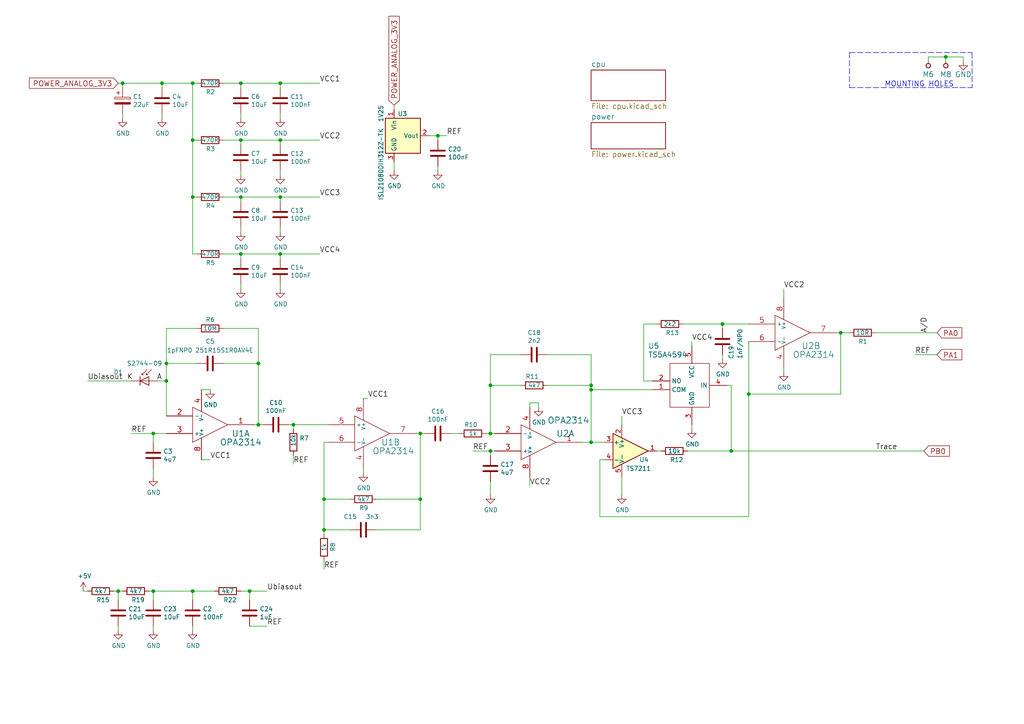
<source format=kicad_sch>
(kicad_sch (version 20211123) (generator eeschema)
  (paper "A4")
  (title_block (date "2022-03-30") (rev "SPACEDOS02B") (company "UST"))
  (lib_symbols
    (symbol "Amplifier_Operational:OP179GRT" (pin_names (offset 0.127))
      (property "Reference" "U" (at 0 5.08 0))
      (property "Value" "OP179GRT" (at 0 -5.08 0))
      (symbol "OP179GRT_0_1"
        (polyline (pts (xy -5.08 5.08) (xy 5.08 0) (xy -5.08 -5.08) (xy -5.08 5.08)) (stroke (width 0.254)) (fill (type background)))
        (pin power_in line (at -2.54 7.62 270) (length 3.81) (name "V+") (number "2"))
        (pin power_in line (at -2.54 -7.62 90) (length 3.81) (name "V-") (number "5"))
      )
      (symbol "OP179GRT_1_1"
        (pin output line (at 7.62 0 180) (length 2.54) (name "~") (number "1"))
        (pin input line (at -7.62 2.54 0) (length 2.54) (name "+") (number "3"))
        (pin input line (at -7.62 -2.54 0) (length 2.54) (name "-") (number "4"))
      )
    )
    (symbol "Device:C" (pin_numbers hide) (pin_names (offset 0.254))
      (property "Reference" "C" (at 0.635 2.54 0))
      (property "Value" "C" (at 0.635 -2.54 0))
      (symbol "C_0_1"
        (polyline (pts (xy -2.032 -0.762) (xy 2.032 -0.762)) (stroke (width 0.508)))
        (polyline (pts (xy -2.032 0.762) (xy 2.032 0.762)) (stroke (width 0.508)))
      )
      (symbol "C_1_1"
        (pin passive line (at 0 3.81 270) (length 2.794) (name "~") (number "1"))
        (pin passive line (at 0 -3.81 90) (length 2.794) (name "~") (number "2"))
      )
    )
    (symbol "Device:CP" (pin_numbers hide) (pin_names (offset 0.254))
      (property "Reference" "C" (at 0.635 2.54 0))
      (property "Value" "CP" (at 0.635 -2.54 0))
      (symbol "CP_0_1"
        (rectangle (start -2.286 0.508) (end 2.286 1.016))
        (polyline (pts (xy -1.778 2.286) (xy -0.762 2.286)))
        (polyline (pts (xy -1.27 2.794) (xy -1.27 1.778)))
        (rectangle (start 2.286 -0.508) (end -2.286 -1.016) (fill (type outline)))
      )
      (symbol "CP_1_1"
        (pin passive line (at 0 3.81 270) (length 2.794) (name "~") (number "1"))
        (pin passive line (at 0 -3.81 90) (length 2.794) (name "~") (number "2"))
      )
    )
    (symbol "Device:D_Photo" (pin_numbers hide) (pin_names hide)
      (property "Reference" "D" (at 0.508 1.778 0))
      (property "Value" "D_Photo" (at -1.016 -2.794 0))
      (symbol "D_Photo_0_1"
        (polyline (pts (xy -2.54 1.27) (xy -2.54 -1.27)) (stroke (width 0.2032)))
        (polyline (pts (xy -2.032 1.778) (xy -1.524 1.778)))
        (polyline (pts (xy 0 0) (xy -2.54 0)))
        (polyline (pts (xy -0.508 3.302) (xy -2.032 1.778) (xy -2.032 2.286)))
        (polyline (pts (xy 0 -1.27) (xy 0 1.27) (xy -2.54 0) (xy 0 -1.27)) (stroke (width 0.2032)))
        (polyline (pts (xy 0.762 3.302) (xy -0.762 1.778) (xy -0.762 2.286) (xy -0.762 1.778) (xy -0.254 1.778)))
      )
      (symbol "D_Photo_1_1"
        (pin passive line (at -5.08 0 0) (length 2.54) (name "K") (number "1"))
        (pin passive line (at 2.54 0 180) (length 2.54) (name "A") (number "2"))
      )
    )
    (symbol "Device:R" (pin_numbers hide) (pin_names (offset 0))
      (property "Reference" "R" (at 2.032 0 90))
      (property "Value" "R" (at 0 0 90))
      (symbol "R_0_1"
        (rectangle (start -1.016 -2.54) (end 1.016 2.54) (stroke (width 0.254)))
      )
      (symbol "R_1_1"
        (pin passive line (at 0 3.81 270) (length 1.27) (name "~") (number "1"))
        (pin passive line (at 0 -3.81 90) (length 1.27) (name "~") (number "2"))
      )
    )
    (symbol "MLAB_IO:AD8692"
      (property "Reference" "U" (at 3.81 7.62 0))
      (property "Value" "AD8692" (at 3.81 5.08 0))
      (property "Datasheet" "op_amps/tl071.pdf" (at 0 0 0))
      (symbol "AD8692_0_1"
        (polyline (pts (xy -5.08 5.08) (xy 5.08 0) (xy -5.08 -5.08) (xy -5.08 5.08)))
      )
      (symbol "AD8692_1_1"
        (pin output line (at 12.7 0 180) (length 7.62) (name "~") (number "1"))
        (pin input line (at -12.7 -2.54 0) (length 7.62) (name "-") (number "2"))
        (pin input line (at -12.7 2.54 0) (length 7.62) (name "+") (number "3"))
        (pin passive line (at -2.54 -10.16 90) (length 6.35) (name "V-") (number "4"))
        (pin passive line (at -2.54 10.16 270) (length 6.35) (name "V+") (number "8"))
      )
      (symbol "AD8692_2_1"
        (pin passive line (at -2.54 -10.16 90) (length 6.35) (name "V-") (number "4"))
        (pin input line (at -12.7 2.54 0) (length 7.62) (name "+") (number "5"))
        (pin input line (at -12.7 -2.54 0) (length 7.62) (name "-") (number "6"))
        (pin output line (at 12.7 0 180) (length 7.62) (name "~") (number "7"))
        (pin passive line (at -2.54 10.16 270) (length 6.35) (name "V+") (number "8"))
      )
    )
    (symbol "MLAB_IO:TS5A4594"
      (property "Reference" "U" (at 3.81 7.62 0))
      (property "Value" "TS5A4594" (at 6.35 -7.62 0))
      (symbol "TS5A4594_0_1"
        (rectangle (start -6.35 6.35) (end 5.08 -6.35))
      )
      (symbol "TS5A4594_1_1"
        (pin passive line (at -11.43 -1.27 0) (length 5.08) (name "COM") (number "1"))
        (pin passive line (at -11.43 1.27 0) (length 5.08) (name "NO") (number "2"))
        (pin power_in line (at 0 -11.43 90) (length 5.08) (name "GND") (number "3"))
        (pin bidirectional line (at 10.16 0 180) (length 5.08) (name "IN") (number "4"))
        (pin power_in line (at 0 11.43 270) (length 5.08) (name "VCC") (number "5"))
      )
    )
    (symbol "MLAB_MECHANICAL:HOLE" (pin_numbers hide) (pin_names (offset 1.016) hide)
      (property "Reference" "M" (at 0 2.54 0))
      (property "Value" "HOLE" (at 0 -2.54 0))
      (symbol "HOLE_0_1"
        (circle (center 0 0) (radius 0.635) (stroke (width 0.254)))
      )
      (symbol "HOLE_1_1"
        (pin input line (at 1.27 0 180) (length 0.635) (name "~") (number "1"))
      )
    )
    (symbol "Reference_Voltage:ISL21070CIH320Z-TK"
      (property "Reference" "U" (at -0.635 8.255 0))
      (property "Value" "ISL21070CIH320Z-TK" (at -1.905 6.35 0))
      (symbol "ISL21070CIH320Z-TK_0_1"
        (rectangle (start -5.08 5.08) (end 5.08 -5.08) (stroke (width 0.254)) (fill (type background)))
      )
      (symbol "ISL21070CIH320Z-TK_1_1"
        (pin power_in line (at -2.54 7.62 270) (length 2.54) (name "Vin") (number "1"))
        (pin power_out line (at 7.62 0 180) (length 2.54) (name "Vout") (number "2"))
        (pin power_in line (at -2.54 -7.62 90) (length 2.54) (name "GND") (number "3"))
      )
    )
    (symbol "power:+5V" (power) (pin_names (offset 0))
      (property "Value" "+5V" (at 0 3.556 0))
      (symbol "+5V_0_1"
        (polyline (pts (xy -0.762 1.27) (xy 0 2.54)))
        (polyline (pts (xy 0 0) (xy 0 2.54)))
        (polyline (pts (xy 0 2.54) (xy 0.762 1.27)))
      )
      (symbol "+5V_1_1"
        (pin power_in line (at 0 0 90) (length 0) hide (name "+5V") (number "1"))
      )
    )
    (symbol "power:GND" (power) (pin_names (offset 0))
      (property "Value" "GND" (at 0 -3.81 0))
      (symbol "GND_0_1"
        (polyline (pts (xy 0 0) (xy 0 -1.27) (xy 1.27 -1.27) (xy 0 -2.54) (xy -1.27 -1.27) (xy 0 -1.27)))
      )
      (symbol "GND_1_1"
        (pin power_in line (at 0 0 270) (length 0) hide (name "GND") (number "1"))
      )
    )
  )
  (junction (at 212.09 130.81))
  (junction (at 142.24 125.73))
  (junction (at 217.17 114.3))
  (junction (at 69.85 40.64))
  (junction (at 74.93 105.41))
  (junction (at 69.85 73.66))
  (junction (at 55.88 171.45))
  (junction (at 48.26 110.49))
  (junction (at 35.56 24.13))
  (junction (at 142.24 130.81))
  (junction (at 46.99 24.13))
  (junction (at 74.93 123.19))
  (junction (at 81.28 40.64))
  (junction (at 93.98 153.67))
  (junction (at 55.88 40.64))
  (junction (at 121.92 144.78))
  (junction (at 121.92 125.73))
  (junction (at 209.55 93.98))
  (junction (at 142.24 111.76))
  (junction (at 55.88 57.15))
  (junction (at 44.45 125.73))
  (junction (at 171.45 128.27))
  (junction (at 72.39 171.45))
  (junction (at 81.28 57.15))
  (junction (at 81.28 73.66))
  (junction (at 81.28 24.13))
  (junction (at 127 39.37))
  (junction (at 34.29 171.45))
  (junction (at 85.09 123.19))
  (junction (at 274.32 16.51))
  (junction (at 69.85 24.13))
  (junction (at 243.84 96.52))
  (junction (at 69.85 57.15))
  (junction (at 44.45 171.45))
  (junction (at 55.88 24.13))
  (junction (at 48.26 105.41))
  (junction (at 93.98 144.78))
  (junction (at 171.45 111.76))
  (junction (at 171.45 113.03))
  (polyline (pts (xy 246.38 25.4) (xy 281.94 25.4)))
  (wire (pts (xy 121.92 125.73) (xy 121.92 144.78)))
  (wire (pts (xy 83.82 123.19) (xy 85.09 123.19)))
  (polyline (pts (xy 281.94 15.24) (xy 281.94 25.4)))
  (wire (pts (xy 189.23 110.49) (xy 186.69 110.49)))
  (wire (pts (xy 69.85 34.29) (xy 69.85 33.02)))
  (wire (pts (xy 121.92 144.78) (xy 109.22 144.78)))
  (wire (pts (xy 69.85 58.42) (xy 69.85 57.15)))
  (wire (pts (xy 72.39 181.61) (xy 77.47 181.61)))
  (wire (pts (xy 199.39 130.81) (xy 212.09 130.81)))
  (wire (pts (xy 190.5 130.81) (xy 191.77 130.81)))
  (wire (pts (xy 74.93 95.25) (xy 74.93 105.41)))
  (wire (pts (xy 127 40.64) (xy 127 39.37)))
  (wire (pts (xy 140.97 125.73) (xy 142.24 125.73)))
  (wire (pts (xy 74.93 105.41) (xy 74.93 123.19)))
  (wire (pts (xy 35.56 25.4) (xy 35.56 24.13)))
  (wire (pts (xy 48.26 95.25) (xy 48.26 105.41)))
  (wire (pts (xy 142.24 125.73) (xy 143.51 125.73)))
  (wire (pts (xy 269.24 17.78) (xy 269.24 16.51)))
  (wire (pts (xy 180.34 123.19) (xy 180.34 120.65)))
  (wire (pts (xy 105.41 115.57) (xy 106.68 115.57)))
  (wire (pts (xy 180.34 143.51) (xy 180.34 138.43)))
  (wire (pts (xy 55.88 24.13) (xy 55.88 40.64)))
  (wire (pts (xy 143.51 130.81) (xy 142.24 130.81)))
  (wire (pts (xy 69.85 24.13) (xy 81.28 24.13)))
  (wire (pts (xy 64.77 95.25) (xy 74.93 95.25)))
  (wire (pts (xy 69.85 41.91) (xy 69.85 40.64)))
  (wire (pts (xy 93.98 153.67) (xy 93.98 154.94)))
  (wire (pts (xy 109.22 153.67) (xy 121.92 153.67)))
  (wire (pts (xy 35.56 24.13) (xy 46.99 24.13)))
  (wire (pts (xy 57.15 40.64) (xy 55.88 40.64)))
  (wire (pts (xy 81.28 58.42) (xy 81.28 57.15)))
  (wire (pts (xy 212.09 111.76) (xy 212.09 130.81)))
  (wire (pts (xy 64.77 105.41) (xy 74.93 105.41)))
  (wire (pts (xy 254 96.52) (xy 271.78 96.52)))
  (wire (pts (xy 101.6 153.67) (xy 93.98 153.67)))
  (wire (pts (xy 198.12 93.98) (xy 209.55 93.98)))
  (wire (pts (xy 74.93 123.19) (xy 73.66 123.19)))
  (wire (pts (xy 69.85 40.64) (xy 81.28 40.64)))
  (wire (pts (xy 200.66 100.33) (xy 200.66 99.06)))
  (wire (pts (xy 217.17 149.86) (xy 173.99 149.86)))
  (wire (pts (xy 209.55 93.98) (xy 217.17 93.98)))
  (wire (pts (xy 85.09 124.46) (xy 85.09 123.19)))
  (wire (pts (xy 81.28 83.82) (xy 81.28 82.55)))
  (wire (pts (xy 64.77 73.66) (xy 69.85 73.66)))
  (wire (pts (xy 114.3 46.99) (xy 114.3 49.53)))
  (wire (pts (xy 227.33 107.95) (xy 227.33 106.68)))
  (wire (pts (xy 209.55 93.98) (xy 209.55 95.25)))
  (wire (pts (xy 142.24 139.7) (xy 142.24 143.51)))
  (wire (pts (xy 58.42 113.03) (xy 60.96 113.03)))
  (wire (pts (xy 55.88 182.88) (xy 55.88 181.61)))
  (wire (pts (xy 114.3 30.48) (xy 114.3 31.75)))
  (wire (pts (xy 153.67 138.43) (xy 153.67 140.97)))
  (wire (pts (xy 46.99 24.13) (xy 55.88 24.13)))
  (wire (pts (xy 142.24 130.81) (xy 142.24 132.08)))
  (wire (pts (xy 121.92 125.73) (xy 123.19 125.73)))
  (wire (pts (xy 69.85 67.31) (xy 69.85 66.04)))
  (wire (pts (xy 69.85 57.15) (xy 81.28 57.15)))
  (wire (pts (xy 168.91 128.27) (xy 171.45 128.27)))
  (wire (pts (xy 217.17 99.06) (xy 217.17 114.3)))
  (wire (pts (xy 173.99 149.86) (xy 173.99 133.35)))
  (wire (pts (xy 45.72 110.49) (xy 48.26 110.49)))
  (wire (pts (xy 69.85 74.93) (xy 69.85 73.66)))
  (wire (pts (xy 69.85 171.45) (xy 72.39 171.45)))
  (wire (pts (xy 48.26 105.41) (xy 48.26 110.49)))
  (wire (pts (xy 81.28 24.13) (xy 92.71 24.13)))
  (wire (pts (xy 142.24 125.73) (xy 142.24 111.76)))
  (wire (pts (xy 81.28 34.29) (xy 81.28 33.02)))
  (wire (pts (xy 57.15 95.25) (xy 48.26 95.25)))
  (wire (pts (xy 81.28 41.91) (xy 81.28 40.64)))
  (wire (pts (xy 38.1 125.73) (xy 44.45 125.73)))
  (wire (pts (xy 93.98 128.27) (xy 93.98 144.78)))
  (wire (pts (xy 265.43 102.87) (xy 271.78 102.87)))
  (wire (pts (xy 46.99 34.29) (xy 46.99 33.02)))
  (polyline (pts (xy 246.38 15.24) (xy 246.38 25.4)))
  (wire (pts (xy 153.67 118.11) (xy 153.67 116.84)))
  (wire (pts (xy 44.45 125.73) (xy 48.26 125.73)))
  (wire (pts (xy 46.99 25.4) (xy 46.99 24.13)))
  (wire (pts (xy 44.45 182.88) (xy 44.45 181.61)))
  (wire (pts (xy 81.28 25.4) (xy 81.28 24.13)))
  (wire (pts (xy 44.45 171.45) (xy 55.88 171.45)))
  (wire (pts (xy 171.45 111.76) (xy 171.45 113.03)))
  (wire (pts (xy 81.28 40.64) (xy 92.71 40.64)))
  (wire (pts (xy 186.69 110.49) (xy 186.69 93.98)))
  (wire (pts (xy 243.84 96.52) (xy 243.84 114.3)))
  (wire (pts (xy 279.4 16.51) (xy 274.32 16.51)))
  (wire (pts (xy 93.98 162.56) (xy 93.98 165.1)))
  (wire (pts (xy 186.69 93.98) (xy 190.5 93.98)))
  (wire (pts (xy 81.28 50.8) (xy 81.28 49.53)))
  (wire (pts (xy 35.56 34.29) (xy 35.56 33.02)))
  (wire (pts (xy 81.28 67.31) (xy 81.28 66.04)))
  (wire (pts (xy 69.85 25.4) (xy 69.85 24.13)))
  (wire (pts (xy 212.09 130.81) (xy 267.97 130.81)))
  (wire (pts (xy 279.4 17.78) (xy 279.4 16.51)))
  (wire (pts (xy 156.21 116.84) (xy 156.21 118.11)))
  (wire (pts (xy 72.39 171.45) (xy 72.39 173.99)))
  (wire (pts (xy 130.81 125.73) (xy 133.35 125.73)))
  (wire (pts (xy 57.15 57.15) (xy 55.88 57.15)))
  (wire (pts (xy 171.45 113.03) (xy 189.23 113.03)))
  (wire (pts (xy 243.84 96.52) (xy 246.38 96.52)))
  (wire (pts (xy 171.45 128.27) (xy 175.26 128.27)))
  (wire (pts (xy 55.88 40.64) (xy 55.88 57.15)))
  (wire (pts (xy 127 39.37) (xy 129.54 39.37)))
  (wire (pts (xy 200.66 124.46) (xy 200.66 123.19)))
  (wire (pts (xy 124.46 39.37) (xy 127 39.37)))
  (wire (pts (xy 120.65 125.73) (xy 121.92 125.73)))
  (wire (pts (xy 95.25 128.27) (xy 93.98 128.27)))
  (wire (pts (xy 43.18 171.45) (xy 44.45 171.45)))
  (wire (pts (xy 158.75 102.87) (xy 171.45 102.87)))
  (wire (pts (xy 137.16 130.81) (xy 142.24 130.81)))
  (wire (pts (xy 274.32 16.51) (xy 269.24 16.51)))
  (wire (pts (xy 81.28 73.66) (xy 92.71 73.66)))
  (wire (pts (xy 48.26 110.49) (xy 48.26 120.65)))
  (wire (pts (xy 93.98 144.78) (xy 93.98 153.67)))
  (wire (pts (xy 85.09 123.19) (xy 95.25 123.19)))
  (wire (pts (xy 55.88 173.99) (xy 55.88 171.45)))
  (wire (pts (xy 24.13 171.45) (xy 25.4 171.45)))
  (wire (pts (xy 81.28 74.93) (xy 81.28 73.66)))
  (wire (pts (xy 227.33 86.36) (xy 227.33 83.82)))
  (wire (pts (xy 81.28 57.15) (xy 92.71 57.15)))
  (wire (pts (xy 64.77 24.13) (xy 69.85 24.13)))
  (wire (pts (xy 25.4 110.49) (xy 38.1 110.49)))
  (wire (pts (xy 151.13 111.76) (xy 142.24 111.76)))
  (wire (pts (xy 209.55 104.14) (xy 209.55 102.87)))
  (wire (pts (xy 64.77 57.15) (xy 69.85 57.15)))
  (wire (pts (xy 55.88 24.13) (xy 57.15 24.13)))
  (wire (pts (xy 274.32 17.78) (xy 274.32 16.51)))
  (wire (pts (xy 171.45 113.03) (xy 171.45 128.27)))
  (wire (pts (xy 44.45 138.43) (xy 44.45 135.89)))
  (wire (pts (xy 44.45 173.99) (xy 44.45 171.45)))
  (wire (pts (xy 158.75 111.76) (xy 171.45 111.76)))
  (wire (pts (xy 105.41 137.16) (xy 105.41 135.89)))
  (wire (pts (xy 72.39 171.45) (xy 77.47 171.45)))
  (wire (pts (xy 34.29 182.88) (xy 34.29 181.61)))
  (wire (pts (xy 55.88 57.15) (xy 55.88 73.66)))
  (wire (pts (xy 69.85 83.82) (xy 69.85 82.55)))
  (wire (pts (xy 127 49.53) (xy 127 48.26)))
  (wire (pts (xy 34.29 173.99) (xy 34.29 171.45)))
  (wire (pts (xy 121.92 153.67) (xy 121.92 144.78)))
  (wire (pts (xy 212.09 111.76) (xy 210.82 111.76)))
  (wire (pts (xy 58.42 133.35) (xy 60.96 133.35)))
  (wire (pts (xy 69.85 73.66) (xy 81.28 73.66)))
  (wire (pts (xy 74.93 123.19) (xy 76.2 123.19)))
  (wire (pts (xy 173.99 133.35) (xy 175.26 133.35)))
  (wire (pts (xy 217.17 114.3) (xy 217.17 149.86)))
  (wire (pts (xy 35.56 24.13) (xy 34.29 24.13)))
  (wire (pts (xy 34.29 171.45) (xy 35.56 171.45)))
  (wire (pts (xy 142.24 111.76) (xy 142.24 102.87)))
  (wire (pts (xy 55.88 73.66) (xy 57.15 73.66)))
  (wire (pts (xy 85.09 132.08) (xy 85.09 134.62)))
  (wire (pts (xy 64.77 40.64) (xy 69.85 40.64)))
  (wire (pts (xy 101.6 144.78) (xy 93.98 144.78)))
  (wire (pts (xy 171.45 102.87) (xy 171.45 111.76)))
  (wire (pts (xy 33.02 171.45) (xy 34.29 171.45)))
  (wire (pts (xy 55.88 171.45) (xy 62.23 171.45)))
  (wire (pts (xy 153.67 116.84) (xy 156.21 116.84)))
  (wire (pts (xy 44.45 128.27) (xy 44.45 125.73)))
  (wire (pts (xy 142.24 102.87) (xy 151.13 102.87)))
  (wire (pts (xy 48.26 105.41) (xy 57.15 105.41)))
  (polyline (pts (xy 246.38 15.24) (xy 281.94 15.24)))
  (wire (pts (xy 242.57 96.52) (xy 243.84 96.52)))
  (wire (pts (xy 243.84 114.3) (xy 217.17 114.3)))
  (wire (pts (xy 69.85 50.8) (xy 69.85 49.53)))
  (text "MOUNTING HOLES" (at 256.54 25.4 0) (effects (font (size 1.524 1.524)) (justify left bottom)))
  (label "VCC3" (at 180.34 120.65 0) (effects (font (size 1.524 1.524))))
  (label "REF" (at 77.47 181.61 0) (effects (font (size 1.524 1.524))))
  (label "Ubiasout" (at 25.4 110.49 0) (effects (font (size 1.524 1.524))))
  (label "REF" (at 85.09 134.62 0) (effects (font (size 1.524 1.524))))
  (label "REF" (at 129.54 39.37 0) (effects (font (size 1.524 1.524))))
  (label "VCC1" (at 106.68 115.57 0) (effects (font (size 1.524 1.524))))
  (label "VCC3" (at 92.71 57.15 0) (effects (font (size 1.524 1.524))))
  (label "VCC4" (at 92.71 73.66 0) (effects (font (size 1.524 1.524))))
  (label "REF" (at 137.16 130.81 0) (effects (font (size 1.524 1.524))))
  (label "REF" (at 265.43 102.87 0) (effects (font (size 1.524 1.524))))
  (label "VCC1" (at 92.71 24.13 0) (effects (font (size 1.524 1.524))))
  (label "Ubiasout" (at 77.47 171.45 0) (effects (font (size 1.524 1.524))))
  (label "VCC2" (at 153.67 140.97 0) (effects (font (size 1.524 1.524))))
  (label "REF" (at 93.98 165.1 0) (effects (font (size 1.524 1.524))))
  (label "VCC4" (at 200.66 99.06 0) (effects (font (size 1.524 1.524))))
  (label "A/D" (at 269.24 96.52 90) (effects (font (size 1.524 1.524))))
  (label "K" (at 36.83 110.49 0) (effects (font (size 1.524 1.524))))
  (label "VCC2" (at 227.33 83.82 0) (effects (font (size 1.524 1.524))))
  (label "REF" (at 38.1 125.73 0) (effects (font (size 1.524 1.524))))
  (label "VCC2" (at 92.71 40.64 0) (effects (font (size 1.524 1.524))))
  (label "VCC1" (at 60.96 133.35 0) (effects (font (size 1.524 1.524))))
  (label "Trace" (at 254 130.81 0) (effects (font (size 1.524 1.524))))
  (label "A" (at 46.99 110.49 180) (effects (font (size 1.524 1.524))))
  (global_label "POWER_ANALOG_3V3" (shape input) (at 114.3 30.48 90) (effects (font (size 1.524 1.524))) (property "Intersheet References" "${INTERSHEET_REFS}" (effects hide)))
  (global_label "PA1" (shape input) (at 271.78 102.87 0) (effects (font (size 1.524 1.524))) (property "Intersheet References" "${INTERSHEET_REFS}" (effects hide)))
  (global_label "PB0" (shape input) (at 267.97 130.81 0) (effects (font (size 1.524 1.524))) (property "Intersheet References" "${INTERSHEET_REFS}" (effects hide)))
  (global_label "PA0" (shape input) (at 271.78 96.52 0) (effects (font (size 1.524 1.524))) (property "Intersheet References" "${INTERSHEET_REFS}" (effects hide)))
  (global_label "POWER_ANALOG_3V3" (shape input) (at 34.29 24.13 180) (effects (font (size 1.524 1.524))) (property "Intersheet References" "${INTERSHEET_REFS}" (effects hide)))
  (symbol (lib_id "MLAB_IO:AD8692") (at 60.96 123.19 0) (mirror x) (unit 1)
    (property "Reference" "U1" (at 69.85 125.73 0) (effects (font (size 1.778 1.778))))
    (property "Value" "OPA2314" (at 69.85 128.27 0) (effects (font (size 1.778 1.778))))
    (property "Footprint" "Mlab_IO:SOIC-8_3.9x4.9mm_Pitch1.27mm" (effects hide))
    (property "UST_ID" "5c70984412875079b91f879b" (effects hide))
  )
  (symbol (lib_id "MLAB_IO:AD8692") (at 156.21 128.27 0) (mirror x) (unit 1)
    (property "Reference" "U2" (at 161.29 125.73 0) (effects (font (size 1.778 1.778)) (justify left)))
    (property "Value" "OPA2314" (at 158.75 121.92 0) (effects (font (size 1.778 1.778)) (justify left)))
    (property "Footprint" "Mlab_IO:SOIC-8_3.9x4.9mm_Pitch1.27mm" (effects hide))
    (property "UST_ID" "5c70984412875079b91f879b" (effects hide))
  )
  (symbol (lib_id "MLAB_IO:AD8692") (at 107.95 125.73 0) (unit 2)
    (property "Reference" "U1" (at 110.49 128.27 0) (effects (font (size 1.778 1.778)) (justify left)))
    (property "Value" "OPA2314" (at 107.95 130.81 0) (effects (font (size 1.778 1.778)) (justify left)))
    (property "Footprint" "Mlab_IO:SOIC-8_3.9x4.9mm_Pitch1.27mm" (effects hide))
  )
  (symbol (lib_id "MLAB_IO:AD8692") (at 229.87 96.52 0) (unit 2)
    (property "Reference" "U2" (at 232.41 100.33 0) (effects (font (size 1.778 1.778)) (justify left)))
    (property "Value" "OPA2314" (at 229.87 102.87 0) (effects (font (size 1.778 1.778)) (justify left)))
    (property "Footprint" "Mlab_IO:SOIC-8_3.9x4.9mm_Pitch1.27mm" (effects hide))
  )
  (symbol (lib_id "Device:C") (at 44.45 132.08 0) (unit 1)
    (property "Reference" "C3" (at 47.371 130.9116 0) (effects (justify left)))
    (property "Value" "4u7" (at 47.371 133.223 0) (effects (justify left)))
    (property "Footprint" "Mlab_R:SMD-0805" (effects hide))
    (property "UST_ID" "5c70984712875079b91f8b52" (effects hide))
  )
  (symbol (lib_id "power:GND") (at 60.96 113.03 0) (unit 1)
    (property "Reference" "#PWR04" (effects hide))
    (property "Value" "GND" (at 61.087 117.4242 0))
  )
  (symbol (lib_id "power:GND") (at 105.41 137.16 0) (unit 1)
    (property "Reference" "#PWR05" (effects hide))
    (property "Value" "GND" (at 105.537 141.5542 0))
  )
  (symbol (lib_id "power:GND") (at 44.45 138.43 0) (unit 1)
    (property "Reference" "#PWR06" (effects hide))
    (property "Value" "GND" (at 44.577 142.8242 0))
  )
  (symbol (lib_id "Device:C") (at 60.96 105.41 270) (unit 1)
    (property "Reference" "C5" (at 60.96 99.0092 90))
    (property "Value" "1pFNP0 251R15S1R0AV4E" (at 60.96 101.6 90))
    (property "Footprint" "Mlab_R:SMD-0805" (effects hide))
    (property "UST_ID" "5c70984712875079b91f8b9f" (effects hide))
  )
  (symbol (lib_id "Device:R") (at 60.96 95.25 270) (unit 1)
    (property "Reference" "R6" (at 60.96 92.71 90))
    (property "Value" "10M" (at 60.96 95.25 90))
    (property "Footprint" "Mlab_R:SMD-0805" (effects hide))
    (property "UST_ID" "5c70984712875079b91f8aae" (effects hide))
  )
  (symbol (lib_id "Device:R") (at 85.09 128.27 180) (unit 1)
    (property "Reference" "R7" (at 86.868 127.1016 0) (effects (justify right)))
    (property "Value" "10k" (at 85.09 129.54 90) (effects (justify right)))
    (property "Footprint" "Mlab_R:SMD-0805" (effects hide))
    (property "UST_ID" "5c70984612875079b91f899f" (effects hide))
  )
  (symbol (lib_id "Device:C") (at 80.01 123.19 270) (unit 1)
    (property "Reference" "C10" (at 80.01 116.7892 90))
    (property "Value" "100nF" (at 80.01 119.1006 90))
    (property "Footprint" "Mlab_R:SMD-0805" (effects hide))
    (property "UST_ID" "5c70984712875079b91f8b4c" (effects hide))
  )
  (symbol (lib_id "Device:R") (at 105.41 144.78 270) (unit 1)
    (property "Reference" "R9" (at 104.14 147.32 90) (effects (justify left)))
    (property "Value" "4k7" (at 105.41 144.78 90))
    (property "Footprint" "Mlab_R:SMD-0805" (effects hide))
    (property "UST_ID" "5c70984612875079b91f8995" (effects hide))
  )
  (symbol (lib_id "Device:C") (at 105.41 153.67 270) (unit 1)
    (property "Reference" "C15" (at 101.6 149.86 90))
    (property "Value" "3n3" (at 107.95 149.86 90))
    (property "Footprint" "Mlab_R:SMD-0805" (effects hide))
    (property "UST_ID" "5c70984712875079b91f8b47" (effects hide))
  )
  (symbol (lib_id "Device:R") (at 93.98 158.75 0) (unit 1)
    (property "Reference" "R8" (at 96.52 160.02 90) (effects (justify left)))
    (property "Value" "1k" (at 93.98 158.75 90))
    (property "Footprint" "Mlab_R:SMD-0805" (effects hide))
    (property "UST_ID" "5c70984512875079b91f898c" (effects hide))
  )
  (symbol (lib_id "Device:C") (at 127 125.73 270) (unit 1)
    (property "Reference" "C16" (at 127 119.3292 90))
    (property "Value" "100nF" (at 127 121.6406 90))
    (property "Footprint" "Mlab_R:SMD-0805" (effects hide))
    (property "UST_ID" "5c70984712875079b91f8b4c" (effects hide))
  )
  (symbol (lib_id "Device:R") (at 137.16 125.73 270) (unit 1)
    (property "Reference" "R10" (at 134.62 123.19 90) (effects (justify left)))
    (property "Value" "1k" (at 137.16 125.73 90))
    (property "Footprint" "Mlab_R:SMD-0805" (effects hide))
    (property "UST_ID" "5c70984512875079b91f898c" (effects hide))
  )
  (symbol (lib_id "Amplifier_Operational:OP179GRT") (at 182.88 130.81 0) (unit 1)
    (property "Reference" "U4" (at 185.42 133.35 0) (effects (justify left)))
    (property "Value" "TS7211" (at 181.61 135.89 0) (effects (justify left)))
    (property "Footprint" "Package_TO_SOT_SMD:SOT-23-5_HandSoldering" (effects hide))
    (property "Datasheet" "http://www.analog.com/media/en/technical-documentation/data-sheets/OP179_279.pdf" (effects hide))
    (property "UST_ID" "5c70984712875079b91f8b5b" (effects hide))
  )
  (symbol (lib_id "MLAB_IO:TS5A4594") (at 200.66 111.76 0) (unit 1)
    (property "Reference" "U5" (at 187.96 100.33 0) (effects (font (size 1.524 1.524)) (justify left)))
    (property "Value" "TS5A4594" (at 187.96 102.87 0) (effects (font (size 1.524 1.524)) (justify left)))
    (property "Footprint" "Package_TO_SOT_SMD:SOT-23-5_HandSoldering" (effects hide))
    (property "UST_ID" "5c70984612875079b91f8a0d" (effects hide))
  )
  (symbol (lib_id "Device:R") (at 195.58 130.81 270) (unit 1)
    (property "Reference" "R12" (at 194.31 133.35 90) (effects (justify left)))
    (property "Value" "10k" (at 195.58 130.81 90))
    (property "Footprint" "Mlab_R:SMD-0805" (effects hide))
    (property "UST_ID" "5c70984612875079b91f899f" (effects hide))
  )
  (symbol (lib_id "Device:R") (at 194.31 93.98 270) (unit 1)
    (property "Reference" "R13" (at 193.04 96.52 90) (effects (justify left)))
    (property "Value" "2k2" (at 194.31 93.98 90))
    (property "Footprint" "Mlab_R:SMD-0805" (effects hide))
    (property "UST_ID" "5c70984612875079b91f8990" (effects hide))
  )
  (symbol (lib_id "Device:C") (at 209.55 99.06 0) (unit 1)
    (property "Reference" "C19" (at 212.09 104.14 90) (effects (justify left)))
    (property "Value" "1nF/NP0" (at 214.63 104.14 90) (effects (justify left)))
    (property "Footprint" "Mlab_R:SMD-0805" (effects hide))
    (property "UST_ID" "5c70984812875079b91f8ba6" (effects hide))
  )
  (symbol (lib_id "power:GND") (at 279.4 17.78 0) (unit 1)
    (property "Reference" "#PWR03" (effects hide))
    (property "Value" "GND" (at 279.4 21.59 0) (effects (font (size 1.524 1.524))))
  )
  (symbol (lib_id "power:GND") (at 156.21 118.11 0) (unit 1)
    (property "Reference" "#PWR07" (effects hide))
    (property "Value" "GND" (at 156.337 122.5042 0))
  )
  (symbol (lib_id "Reference_Voltage:ISL21070CIH320Z-TK") (at 116.84 39.37 0) (unit 1)
    (property "Reference" "U3" (at 118.11 33.02 0) (effects (justify right)))
    (property "Value" "ISL21080DIH312Z-TK  1V25" (at 110.49 30.48 90) (effects (justify right)))
    (property "Footprint" "Package_TO_SOT_SMD:SOT-23" (effects hide))
    (property "Datasheet" "http://www.intersil.com/content/dam/Intersil/documents/fn75/fn7599.pdf" (effects hide))
    (property "UST_ID" "5c70984712875079b91f8b7a" (effects hide))
  )
  (symbol (lib_id "power:GND") (at 114.3 49.53 0) (unit 1)
    (property "Reference" "#PWR0101" (effects hide))
    (property "Value" "GND" (at 114.427 53.9242 0))
  )
  (symbol (lib_id "power:GND") (at 127 49.53 0) (unit 1)
    (property "Reference" "#PWR0102" (effects hide))
    (property "Value" "GND" (at 127.127 53.9242 0))
  )
  (symbol (lib_id "Device:C") (at 127 44.45 0) (unit 1)
    (property "Reference" "C20" (at 129.921 43.2816 0) (effects (justify left)))
    (property "Value" "100nF" (at 129.921 45.593 0) (effects (justify left)))
    (property "Footprint" "Mlab_R:SMD-0805" (effects hide))
    (property "UST_ID" "5c70984712875079b91f8b4c" (effects hide))
  )
  (symbol (lib_id "Device:C") (at 142.24 135.89 0) (unit 1)
    (property "Reference" "C17" (at 145.161 134.7216 0) (effects (justify left)))
    (property "Value" "4u7" (at 145.161 137.033 0) (effects (justify left)))
    (property "Footprint" "Mlab_R:SMD-0805" (effects hide))
    (property "UST_ID" "5c70984712875079b91f8b52" (effects hide))
  )
  (symbol (lib_id "power:GND") (at 142.24 143.51 0) (unit 1)
    (property "Reference" "#PWR08" (effects hide))
    (property "Value" "GND" (at 142.367 147.9042 0))
  )
  (symbol (lib_id "Device:C") (at 154.94 102.87 270) (unit 1)
    (property "Reference" "C18" (at 154.94 96.4692 90))
    (property "Value" "2n2" (at 154.94 98.7806 90))
    (property "Footprint" "Mlab_R:SMD-0805" (effects hide))
    (property "UST_ID" "5c70984712875079b91f8b46" (effects hide))
  )
  (symbol (lib_id "Device:R") (at 154.94 111.76 270) (unit 1)
    (property "Reference" "R11" (at 152.4 109.22 90) (effects (justify left)))
    (property "Value" "4k7" (at 154.94 111.76 90))
    (property "Footprint" "Mlab_R:SMD-0805" (effects hide))
    (property "UST_ID" "5c70984612875079b91f8995" (effects hide))
  )
  (symbol (lib_id "power:GND") (at 180.34 143.51 0) (unit 1)
    (property "Reference" "#PWR09" (effects hide))
    (property "Value" "GND" (at 180.467 147.9042 0))
  )
  (symbol (lib_id "power:GND") (at 200.66 124.46 0) (unit 1)
    (property "Reference" "#PWR011" (effects hide))
    (property "Value" "GND" (at 200.787 128.8542 0))
  )
  (symbol (lib_id "power:GND") (at 209.55 104.14 0) (unit 1)
    (property "Reference" "#PWR012" (effects hide))
    (property "Value" "GND" (at 209.677 108.5342 0))
  )
  (symbol (lib_id "power:GND") (at 227.33 107.95 0) (unit 1)
    (property "Reference" "#PWR013" (effects hide))
    (property "Value" "GND" (at 227.457 112.3442 0))
  )
  (symbol (lib_id "Device:R") (at 60.96 24.13 270) (unit 1)
    (property "Reference" "R2" (at 59.69 26.67 90) (effects (justify left)))
    (property "Value" "470R" (at 60.96 24.13 90))
    (property "Footprint" "Mlab_R:SMD-0805" (effects hide))
    (property "UST_ID" "5c70984512875079b91f8986" (effects hide))
  )
  (symbol (lib_id "Device:CP") (at 35.56 29.21 0) (unit 1)
    (property "Reference" "C1" (at 38.5572 28.0416 0) (effects (justify left)))
    (property "Value" "22uF" (at 38.5572 30.353 0) (effects (justify left)))
    (property "Footprint" "Mlab_C:TantalC_SizeC_Reflow" (effects hide))
    (property "UST_ID" "5c70984412875079b91f8869" (effects hide))
  )
  (symbol (lib_id "Device:C") (at 46.99 29.21 0) (unit 1)
    (property "Reference" "C4" (at 49.911 28.0416 0) (effects (justify left)))
    (property "Value" "10uF" (at 49.911 30.353 0) (effects (justify left)))
    (property "Footprint" "Mlab_R:SMD-0805" (effects hide))
    (property "UST_ID" "5c70984812875079b91f8bbd" (effects hide))
  )
  (symbol (lib_id "Device:C") (at 69.85 29.21 0) (unit 1)
    (property "Reference" "C6" (at 72.771 28.0416 0) (effects (justify left)))
    (property "Value" "10uF" (at 72.771 30.353 0) (effects (justify left)))
    (property "Footprint" "Mlab_R:SMD-0805" (effects hide))
    (property "UST_ID" "5c70984812875079b91f8bbd" (effects hide))
  )
  (symbol (lib_id "Device:C") (at 81.28 29.21 0) (unit 1)
    (property "Reference" "C11" (at 84.201 28.0416 0) (effects (justify left)))
    (property "Value" "100nF" (at 84.201 30.353 0) (effects (justify left)))
    (property "Footprint" "Mlab_R:SMD-0805" (effects hide))
    (property "UST_ID" "5c70984712875079b91f8b4c" (effects hide))
  )
  (symbol (lib_id "MLAB_MECHANICAL:HOLE") (at 269.24 19.05 90) (unit 1)
    (property "Reference" "M6" (at 269.24 21.59 90) (effects (font (size 1.524 1.524))))
    (property "Value" "BMI-S-210-F" (effects hide))
    (property "Footprint" "Mlab_Mechanical:BMI-S-210-F" (effects hide))
    (property "UST_ID" "5c70984312875079b91f873d" (effects hide))
  )
  (symbol (lib_id "power:GND") (at 35.56 34.29 0) (unit 1)
    (property "Reference" "#PWR016" (effects hide))
    (property "Value" "GND" (at 35.687 38.6842 0))
  )
  (symbol (lib_id "power:GND") (at 46.99 34.29 0) (unit 1)
    (property "Reference" "#PWR017" (effects hide))
    (property "Value" "GND" (at 47.117 38.6842 0))
  )
  (symbol (lib_id "power:GND") (at 69.85 34.29 0) (unit 1)
    (property "Reference" "#PWR018" (effects hide))
    (property "Value" "GND" (at 69.977 38.6842 0))
  )
  (symbol (lib_id "power:GND") (at 81.28 34.29 0) (unit 1)
    (property "Reference" "#PWR019" (effects hide))
    (property "Value" "GND" (at 81.407 38.6842 0))
  )
  (symbol (lib_id "Device:R") (at 60.96 40.64 270) (unit 1)
    (property "Reference" "R3" (at 59.69 43.18 90) (effects (justify left)))
    (property "Value" "470R" (at 60.96 40.64 90))
    (property "Footprint" "Mlab_R:SMD-0805" (effects hide))
    (property "UST_ID" "5c70984512875079b91f8986" (effects hide))
  )
  (symbol (lib_id "Device:C") (at 69.85 45.72 0) (unit 1)
    (property "Reference" "C7" (at 72.771 44.5516 0) (effects (justify left)))
    (property "Value" "10uF" (at 72.771 46.863 0) (effects (justify left)))
    (property "Footprint" "Mlab_R:SMD-0805" (effects hide))
    (property "UST_ID" "5c70984812875079b91f8bbd" (effects hide))
  )
  (symbol (lib_id "Device:C") (at 81.28 45.72 0) (unit 1)
    (property "Reference" "C12" (at 84.201 44.5516 0) (effects (justify left)))
    (property "Value" "100nF" (at 84.201 46.863 0) (effects (justify left)))
    (property "Footprint" "Mlab_R:SMD-0805" (effects hide))
    (property "UST_ID" "5c70984712875079b91f8b4c" (effects hide))
  )
  (symbol (lib_id "power:GND") (at 69.85 50.8 0) (unit 1)
    (property "Reference" "#PWR020" (effects hide))
    (property "Value" "GND" (at 69.977 55.1942 0))
  )
  (symbol (lib_id "power:GND") (at 81.28 50.8 0) (unit 1)
    (property "Reference" "#PWR021" (effects hide))
    (property "Value" "GND" (at 81.407 55.1942 0))
  )
  (symbol (lib_id "Device:R") (at 60.96 57.15 270) (unit 1)
    (property "Reference" "R4" (at 59.69 59.69 90) (effects (justify left)))
    (property "Value" "470R" (at 60.96 57.15 90))
    (property "Footprint" "Mlab_R:SMD-0805" (effects hide))
    (property "UST_ID" "5c70984512875079b91f8986" (effects hide))
  )
  (symbol (lib_id "Device:C") (at 69.85 62.23 0) (unit 1)
    (property "Reference" "C8" (at 72.771 61.0616 0) (effects (justify left)))
    (property "Value" "10uF" (at 72.771 63.373 0) (effects (justify left)))
    (property "Footprint" "Mlab_R:SMD-0805" (effects hide))
    (property "UST_ID" "5c70984812875079b91f8bbd" (effects hide))
  )
  (symbol (lib_id "Device:C") (at 81.28 62.23 0) (unit 1)
    (property "Reference" "C13" (at 84.201 61.0616 0) (effects (justify left)))
    (property "Value" "100nF" (at 84.201 63.373 0) (effects (justify left)))
    (property "Footprint" "Mlab_R:SMD-0805" (effects hide))
    (property "UST_ID" "5c70984712875079b91f8b4c" (effects hide))
  )
  (symbol (lib_id "power:GND") (at 69.85 67.31 0) (unit 1)
    (property "Reference" "#PWR022" (effects hide))
    (property "Value" "GND" (at 69.977 71.7042 0))
  )
  (symbol (lib_id "power:GND") (at 81.28 67.31 0) (unit 1)
    (property "Reference" "#PWR023" (effects hide))
    (property "Value" "GND" (at 81.407 71.7042 0))
  )
  (symbol (lib_id "Device:R") (at 60.96 73.66 270) (unit 1)
    (property "Reference" "R5" (at 59.69 76.2 90) (effects (justify left)))
    (property "Value" "470R" (at 60.96 73.66 90))
    (property "Footprint" "Mlab_R:SMD-0805" (effects hide))
    (property "UST_ID" "5c70984512875079b91f8986" (effects hide))
  )
  (symbol (lib_id "Device:C") (at 69.85 78.74 0) (unit 1)
    (property "Reference" "C9" (at 72.771 77.5716 0) (effects (justify left)))
    (property "Value" "10uF" (at 72.771 79.883 0) (effects (justify left)))
    (property "Footprint" "Mlab_R:SMD-0805" (effects hide))
    (property "UST_ID" "5c70984812875079b91f8bbd" (effects hide))
  )
  (symbol (lib_id "Device:C") (at 81.28 78.74 0) (unit 1)
    (property "Reference" "C14" (at 84.201 77.5716 0) (effects (justify left)))
    (property "Value" "100nF" (at 84.201 79.883 0) (effects (justify left)))
    (property "Footprint" "Mlab_R:SMD-0805" (effects hide))
    (property "UST_ID" "5c70984712875079b91f8b4c" (effects hide))
  )
  (symbol (lib_id "power:GND") (at 69.85 83.82 0) (unit 1)
    (property "Reference" "#PWR024" (effects hide))
    (property "Value" "GND" (at 69.977 88.2142 0))
  )
  (symbol (lib_id "power:GND") (at 81.28 83.82 0) (unit 1)
    (property "Reference" "#PWR025" (effects hide))
    (property "Value" "GND" (at 81.407 88.2142 0))
  )
  (symbol (lib_id "Device:R") (at 250.19 96.52 270) (unit 1)
    (property "Reference" "R1" (at 248.92 99.06 90) (effects (justify left)))
    (property "Value" "10R" (at 250.19 96.52 90))
    (property "Footprint" "Mlab_R:SMD-0805" (effects hide))
    (property "UST_ID" "5c70984512875079b91f896d" (effects hide))
  )
  (symbol (lib_id "Device:C") (at 55.88 177.8 0) (unit 1)
    (property "Reference" "C2" (at 58.801 176.6316 0) (effects (justify left)))
    (property "Value" "100nF" (at 58.801 178.943 0) (effects (justify left)))
    (property "Footprint" "Mlab_R:SMD-0805" (effects hide))
    (property "UST_ID" "5c70984712875079b91f8b4c" (effects hide))
  )
  (symbol (lib_id "power:GND") (at 55.88 182.88 0) (unit 1)
    (property "Reference" "#PWR0119" (effects hide))
    (property "Value" "GND" (at 56.007 187.2742 0))
  )
  (symbol (lib_id "power:+5V") (at 24.13 171.45 0) (unit 1)
    (property "Reference" "#PWR0103" (effects hide))
    (property "Value" "+5V" (at 24.511 167.0558 0))
  )
  (symbol (lib_id "Device:R") (at 29.21 171.45 270) (unit 1)
    (property "Reference" "R15" (at 27.94 173.99 90) (effects (justify left)))
    (property "Value" "4k7" (at 29.21 171.45 90))
    (property "Footprint" "Mlab_R:SMD-0805" (effects hide))
    (property "UST_ID" "5c70984612875079b91f8995" (effects hide))
  )
  (symbol (lib_id "Device:C") (at 34.29 177.8 0) (unit 1)
    (property "Reference" "C21" (at 37.211 176.6316 0) (effects (justify left)))
    (property "Value" "10uF" (at 37.211 178.943 0) (effects (justify left)))
    (property "Footprint" "Mlab_R:SMD-0805" (effects hide))
    (property "UST_ID" "5c70984812875079b91f8bbd" (effects hide))
  )
  (symbol (lib_id "Device:R") (at 39.37 171.45 270) (unit 1)
    (property "Reference" "R19" (at 38.1 173.99 90) (effects (justify left)))
    (property "Value" "4k7" (at 39.37 171.45 90))
    (property "Footprint" "Mlab_R:SMD-0805" (effects hide))
    (property "UST_ID" "5c70984612875079b91f8995" (effects hide))
  )
  (symbol (lib_id "Device:C") (at 44.45 177.8 0) (unit 1)
    (property "Reference" "C23" (at 47.371 176.6316 0) (effects (justify left)))
    (property "Value" "10uF" (at 47.371 178.943 0) (effects (justify left)))
    (property "Footprint" "Mlab_R:SMD-0805" (effects hide))
    (property "UST_ID" "5c70984812875079b91f8bbd" (effects hide))
  )
  (symbol (lib_id "Device:R") (at 66.04 171.45 270) (unit 1)
    (property "Reference" "R22" (at 64.77 173.99 90) (effects (justify left)))
    (property "Value" "4k7" (at 66.04 171.45 90))
    (property "Footprint" "Mlab_R:SMD-0805" (effects hide))
    (property "UST_ID" "5c70984612875079b91f8995" (effects hide))
  )
  (symbol (lib_id "Device:C") (at 72.39 177.8 0) (unit 1)
    (property "Reference" "C24" (at 75.311 176.6316 0) (effects (justify left)))
    (property "Value" "1uF" (at 75.311 178.943 0) (effects (justify left)))
    (property "Footprint" "Mlab_R:SMD-0805" (effects hide))
    (property "UST_ID" "5c70984712875079b91f8b50" (effects hide))
  )
  (symbol (lib_id "power:GND") (at 34.29 182.88 0) (unit 1)
    (property "Reference" "#PWR0104" (effects hide))
    (property "Value" "GND" (at 34.417 187.2742 0))
  )
  (symbol (lib_id "power:GND") (at 44.45 182.88 0) (unit 1)
    (property "Reference" "#PWR0105" (effects hide))
    (property "Value" "GND" (at 44.577 187.2742 0))
  )
  (symbol (lib_id "MLAB_MECHANICAL:HOLE") (at 274.32 19.05 90) (unit 1)
    (property "Reference" "M8" (at 274.32 21.59 90) (effects (font (size 1.524 1.524))))
    (property "Value" "BMI-S-210-F" (effects hide))
    (property "Footprint" "RF_Shielding:Laird_Technologies_BMI-S-210-F_44.00x30.50mm" (effects hide))
    (property "UST_ID" "5c70984312875079b91f873d" (effects hide))
  )
  (symbol (lib_id "Device:D_Photo") (at 43.18 110.49 0) (unit 1)
    (property "Reference" "D1" (at 34.29 107.95 0))
    (property "Value" "S2744-09" (at 41.91 105.41 0))
    (property "Footprint" "Mlab_D:HAMAMATSU_S2744-09" (effects hide))
  )
  (sheet (at 171.45 20.32) (size 21.59 8.89)
    (property "Sheet name" "cpu" (at 171.45 19.4814 0) (effects (font (size 1.524 1.524)) (justify left bottom)))
    (property "Sheet file" "cpu.kicad_sch" (at 171.45 29.8962 0) (effects (font (size 1.524 1.524)) (justify left top)))
  )
  (sheet (at 171.45 35.56) (size 21.59 7.62)
    (property "Sheet name" "power" (at 171.45 34.7214 0) (effects (font (size 1.524 1.524)) (justify left bottom)))
    (property "Sheet file" "power.kicad_sch" (at 171.45 43.8662 0) (effects (font (size 1.524 1.524)) (justify left top)))
  )
)
</source>
